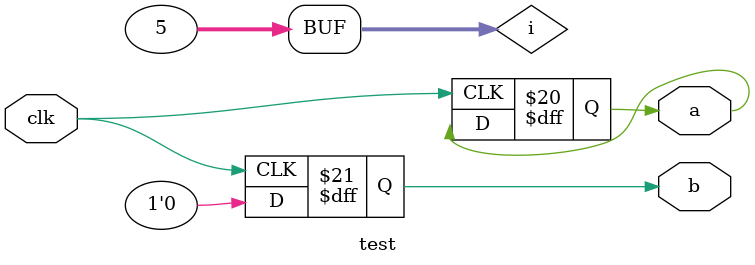
<source format=v>

module test( clk, a, b );

input			      clk;
output [0:0]    a;
  output        b;
reg  [0:0]      a;
  reg           b;

integer i = 5;

always @(posedge clk) begin
  a[i] <= 1'b0;
  b <= 1'b0;
end

endmodule

</source>
